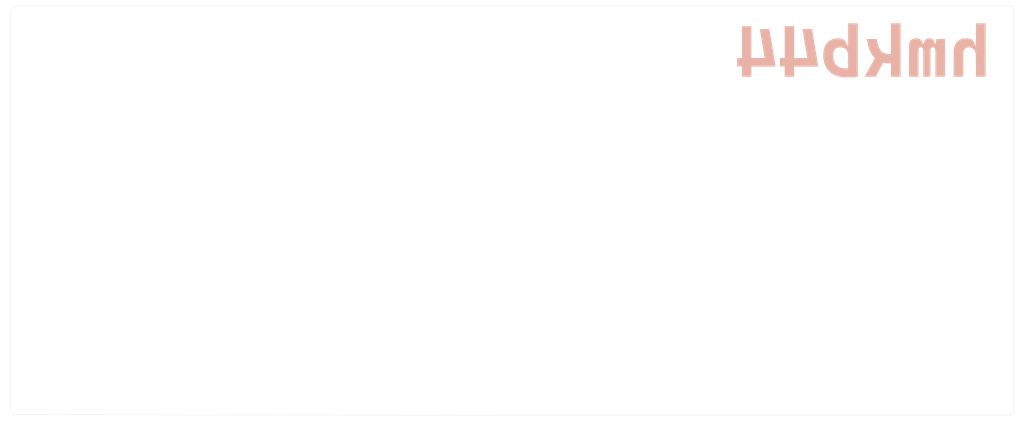
<source format=kicad_pcb>
(kicad_pcb (version 20241229) (generator "pcbnew") (generator_version "9.0")
  (layers (0 "F.Cu" signal) (2 "B.Cu" signal) (13 "F.Paste" user) (15 "B.Paste" user) (5 "F.SilkS" user "F.Silkscreen") (7 "B.SilkS" user "B.Silkscreen") (1 "F.Mask" user) (3 "B.Mask" user) (25 "Edge.Cuts" user))
  (net 0 "")
  (footprint "MountingHole:MountingHole_2.2mm_M2" (layer "F.Cu") (at 225 183.5)
    (property "Reference" "H6")
    (property "Value" "MountingHole")
    (pad "" np_thru_hole circle (at 0 0) (size 2.2 2.2) (drill 2.2) (layers "*.Cu" "*.Mask"))
  )
  (footprint "MountingHole:MountingHole_2.2mm_M2" (layer "F.Cu") (at 97.5 133)
    (property "Reference" "H8")
    (property "Value" "MountingHole")
    (pad "" np_thru_hole circle (at 0 0) (size 2.2 2.2) (drill 2.2) (layers "*.Cu" "*.Mask"))
  )
  (footprint "MountingHole:MountingHole_2.2mm_M2" (layer "F.Cu") (at 97.5 82.5)
    (property "Reference" "H1")
    (property "Value" "MountingHole")
    (pad "" np_thru_hole circle (at 0 0) (size 2.2 2.2) (drill 2.2) (layers "*.Cu" "*.Mask"))
  )
  (footprint "MountingHole:MountingHole_2.2mm_M2" (layer "F.Cu") (at 352.5 183.5)
    (property "Reference" "H5")
    (property "Value" "MountingHole")
    (pad "" np_thru_hole circle (at 0 0) (size 2.2 2.2) (drill 2.2) (layers "*.Cu" "*.Mask"))
  )
  (footprint "MountingHole:MountingHole_2.2mm_M2" (layer "F.Cu") (at 352.5 82.5)
    (property "Reference" "H3")
    (property "Value" "MountingHole")
    (pad "" np_thru_hole circle (at 0 0) (size 2.2 2.2) (drill 2.2) (layers "*.Cu" "*.Mask"))
  )
  (footprint "MountingHole:MountingHole_2.2mm_M2" (layer "F.Cu") (at 352.5 133)
    (property "Reference" "H4")
    (property "Value" "MountingHole")
    (pad "" np_thru_hole circle (at 0 0) (size 2.2 2.2) (drill 2.2) (layers "*.Cu" "*.Mask"))
  )
  (footprint "MountingHole:MountingHole_2.2mm_M2" (layer "F.Cu") (at 225 82.5)
    (property "Reference" "H2")
    (property "Value" "MountingHole")
    (pad "" np_thru_hole circle (at 0 0) (size 2.2 2.2) (drill 2.2) (layers "*.Cu" "*.Mask"))
  )
  (footprint "MountingHole:MountingHole_2.2mm_M2" (layer "F.Cu") (at 97.5 183.5)
    (property "Reference" "H7")
    (property "Value" "MountingHole")
    (pad "" np_thru_hole circle (at 0 0) (size 2.2 2.2) (drill 2.2) (layers "*.Cu" "*.Mask"))
  )
  (footprint "MyLibrary:LOGO" (layer "B.Cu") (at 310.377831 94.397336 180)
    (property "Reference" "LOGO1")
    (property "Value" "~" (hide yes))
    (fp_poly (pts (xy 14.733984 5.047755) (xy 14.733984 0.930177) (xy 15.366503 0.930177) (xy 15.999023 0.930177) (xy 15.999023 -0.186034) (xy 15.999023 -1.302245) (xy 15.366503 -1.302245) (xy 14.733984 -1.302245) (xy 14.733984 -2.616894) (xy 14.733984 -3.931542) (xy 13.518554 -3.931542) (xy 12.303124 -3.931542) (xy 12.303124 -2.616894) (xy 12.303124 -1.302245) (xy 9.177734 -1.302245) (xy 8.702928 -1.302156) (xy 8.275565 -1.301873) (xy 7.893479 -1.301376) (xy 7.554505 -1.300643) (xy 7.256475 -1.299653) (xy 6.997224 -1.298383) (xy 6.774587 -1.296813) (xy 6.586396 -1.29492) (xy 6.430486 -1.292685) (xy 6.304691 -1.290084) (xy 6.206846 -1.287097) (xy 6.134783 -1.283702) (xy 6.086337 -1.279878) (xy 6.059342 -1.275602) (xy 6.051589 -1.271239) (xy 6.055511 -1.244026) (xy 6.067171 -1.170224) (xy 6.086183 -1.052186) (xy 6.112159 -0.892263) (xy 6.144712 -0.692808) (xy 6.183456 -0.456171) (xy 6.228003 -0.184704) (xy 6.277967 0.119241) (xy 6.33296 0.453312) (xy 6.392596 0.815159) (xy 6.456488 1.202428) (xy 6.524249 1.61277) (xy 6.595492 2.043831) (xy 6.66983 2.493261) (xy 6.746876 2.958708) (xy 6.826243 3.43782) (xy 6.851541 3.590463) (xy 7.652245 8.421159) (xy 8.899153 8.421176) (xy 10.146062 8.421192) (xy 10.13355 8.365382) (xy 10.128078 8.334859) (xy 10.11489 8.258149) (xy 10.094448 8.137993) (xy 10.067213 7.977135) (xy 10.033647 7.778318) (xy 9.994209 7.544285) (xy 9.949363 7.277778) (xy 9.899568 6.98154) (xy 9.845287 6.658315) (xy 9.78698 6.310844) (xy 9.725109 5.941872) (xy 9.660135 5.554141) (xy 9.592519 5.150394) (xy 9.522723 4.733373) (xy 9.513071 4.675684) (xy 9.44301 4.257067) (xy 9.37506 3.851349) (xy 9.309684 3.461274) (xy 9.247343 3.089584) (xy 9.188498 2.739022) (xy 9.133611 2.412332) (xy 9.083144 2.112256) (xy 9.037558 1.841537) (xy 8.997315 1.602919) (xy 8.962876 1.399143) (xy 8.934704 1.232953) (xy 8.913259 1.107092) (xy 8.899004 1.024302) (xy 8.8924 0.987327) (xy 8.892118 0.985987) (xy 8.879132 0.930177) (xy 10.591128 0.930177) (xy 12.303124 0.930177) (xy 12.303124 5.047755) (xy 12.303124 9.165333) (xy 13.518554 9.165333) (xy 14.733984 9.165333)) (fill yes) (layer "B.SilkS"))
    (fp_poly (pts (xy -12.774415 5.912357) (xy -12.774415 1.915241) (xy -12.396143 1.929659) (xy -12.103784 1.946909) (xy -11.846714 1.976138) (xy -11.611593 2.019524) (xy -11.38508 2.079242) (xy -11.286134 2.110776) (xy -10.96754 2.237431) (xy -10.680889 2.394962) (xy -10.423599 2.585973) (xy -10.19309 2.81307) (xy -9.98678 3.078855) (xy -9.802088 3.385935) (xy -9.636432 3.736912) (xy -9.609346 3.802698) (xy -9.516645 4.0568) (xy -9.427078 4.349323) (xy -9.343511 4.669079) (xy -9.268809 5.004879) (xy -9.205837 5.345536) (xy -9.191941 5.432227) (xy -9.173958 5.547365) (xy -9.157289 5.652634) (xy -9.144368 5.732736) (xy -9.139676 5.76089) (xy -9.125878 5.841505) (xy -7.836034 5.841505) (xy -6.54619 5.841505) (xy -6.559897 5.76089) (xy -6.568782 5.705925) (xy -6.583115 5.614235) (xy -6.600984 5.498157) (xy -6.62048 5.370027) (xy -6.622327 5.357813) (xy -6.739331 4.692842) (xy -6.883431 4.068235) (xy -7.055058 3.482528) (xy -7.254639 2.934251) (xy -7.478243 2.43086) (xy -7.653481 2.091367) (xy -7.831879 1.787826) (xy -8.022313 1.506912) (xy -8.233658 1.235298) (xy -8.412257 1.028529) (xy -8.610697 0.807457) (xy -8.233282 0.14328) (xy -8.115256 -0.064484) (xy -7.985876 -0.292349) (xy -7.84711 -0.536837) (xy -7.700928 -0.794475) (xy -7.549299 -1.061785) (xy -7.394192 -1.335291) (xy -7.237578 -1.611518) (xy -7.081426 -1.88699) (xy -6.927705 -2.15823) (xy -6.778385 -2.421764) (xy -6.635434 -2.674114) (xy -6.500824 -2.911805) (xy -6.376522 -3.13136) (xy -6.264499 -3.329305) (xy -6.166724 -3.502162) (xy -6.085166 -3.646456) (xy -6.021796 -3.758712) (xy -5.978581 -3.835452) (xy -5.957493 -3.873201) (xy -5.956122 -3.875732) (xy -5.926576 -3.931542) (xy -7.409528 -3.931233) (xy -8.892481 -3.930925) (xy -9.805918 -2.120491) (xy -9.946804 -1.841531) (xy -10.081331 -1.575701) (xy -10.207822 -1.326283) (xy -10.324599 -1.096559) (xy -10.429985 -0.889811) (xy -10.522303 -0.709321) (xy -10.599876 -0.558371) (xy -10.661027 -0.440243) (xy -10.704079 -0.358219) (xy -10.727355 -0.315581) (xy -10.731057 -0.310058) (xy -10.758718 -0.314126) (xy -10.824974 -0.325172) (xy -10.919583 -0.341459) (xy -11.020648 -0.359187) (xy -11.286804 -0.400744) (xy -11.552564 -0.430305) (xy -11.832003 -0.448958) (xy -12.139191 -0.457791) (xy -12.309327 -0.458865) (xy -12.774415 -0.458886) (xy -12.774415 -2.195214) (xy -12.774415 -3.931542) (xy -14.027052 -3.931542) (xy -15.279688 -3.931542) (xy -15.279688 2.988966) (xy -15.279688 9.909473) (xy -14.027052 9.909473) (xy -12.774415 9.909473)) (fill yes) (layer "B.SilkS"))
    (fp_poly (pts (xy 25.796874 5.047755) (xy 25.796874 0.930177) (xy 26.429394 0.930177) (xy 27.061913 0.930177) (xy 27.061913 -0.186034) (xy 27.061913 -1.302245) (xy 26.429394 -1.302245) (xy 25.796874 -1.302245) (xy 25.796874 -2.616894) (xy 25.796874 -3.931542) (xy 24.581445 -3.931542) (xy 23.366015 -3.931542) (xy 23.366015 -2.616894) (xy 23.366015 -1.302245) (xy 20.22655 -1.302245) (xy 19.766936 -1.30222) (xy 19.354409 -1.30212) (xy 18.986445 -1.301911) (xy 18.660522 -1.301558) (xy 18.374116 -1.301025) (xy 18.124706 -1.300278) (xy 17.909767 -1.299281) (xy 17.726777 -1.298) (xy 17.573213 -1.2964) (xy 17.446553 -1.294445) (xy 17.344272 -1.292101) (xy 17.263849 -1.289332) (xy 17.202761 -1.286103) (xy 17.158484 -1.28238) (xy 17.128496 -1.278128) (xy 17.110273 -1.273311) (xy 17.101293 -1.267894) (xy 17.099034 -1.261843) (xy 17.099556 -1.258837) (xy 17.104804 -1.230362) (xy 17.117761 -1.155306) (xy 17.138031 -1.036033) (xy 17.16522 -0.874906) (xy 17.198934 -0.674288) (xy 17.238779 -0.436541) (xy 17.28436 -0.16403) (xy 17.335283 0.140884) (xy 17.391154 0.475837) (xy 17.451578 0.838466) (xy 17.516161 1.226409) (xy 17.584509 1.637301) (xy 17.656227 2.068781) (xy 17.730921 2.518484) (xy 17.808197 2.984049) (xy 17.88766 3.463112) (xy 17.910834 3.602882) (xy 18.709643 8.421192) (xy 19.956503 8.421192) (xy 20.237454 8.421113) (xy 20.472774 8.420781) (xy 20.666441 8.420057) (xy 20.822434 8.418802) (xy 20.944729 8.416876) (xy 21.037305 8.414138) (xy 21.104141 8.41045) (xy 21.149214 8.405672) (xy 21.176503 8.399664) (xy 21.189985 8.392287) (xy 21.193639 8.3834) (xy 21.192893 8.377784) (xy 21.187993 8.350191) (xy 21.175463 8.277065) (xy 21.15585 8.161655) (xy 21.129698 8.007212) (xy 21.097554 7.816984) (xy 21.059964 7.594222) (xy 21.017473 7.342175) (xy 20.970627 7.064092) (xy 20.919972 6.763224) (xy 20.866054 6.44282) (xy 20.809419 6.106129) (xy 20.750612 5.756401) (xy 20.69018 5.396886) (xy 20.628668 5.030834) (xy 20.566621 4.661494) (xy 20.504587 4.292115) (xy 20.44311 3.925948) (xy 20.382736 3.566242) (xy 20.324012 3.216247) (xy 20.267483 2.879212) (xy 20.213695 2.558386) (xy 20.163194 2.257021) (xy 20.116525 1.978364) (xy 20.074235 1.725666) (xy 20.036869 1.502177) (xy 20.004973 1.311146) (xy 19.979093 1.155822) (xy 19.959774 1.039456) (xy 19.947564 0.965297) (xy 19.943007 0.936595) (xy 19.942988 0.936378) (xy 19.967123 0.93534) (xy 20.03687 0.934357) (xy 20.14823 0.933442) (xy 20.297206 0.932611) (xy 20.4798 0.931878) (xy 20.692015 0.931257) (xy 20.929852 0.930763) (xy 21.189315 0.930411) (xy 21.466404 0.930214) (xy 21.654491 0.930177) (xy 23.366015 0.930177) (xy 23.366015 5.047755) (xy 23.366015 9.165333) (xy 24.581445 9.165333) (xy 25.796874 9.165333)) (fill yes) (layer "B.SilkS"))
    (fp_poly (pts (xy -36.059815 9.903502) (xy -34.81338 9.897071) (xy -34.807076 6.988722) (xy -34.800772 4.080372) (xy -34.690378 4.080372) (xy -34.621807 4.082711) (xy -34.587276 4.097381) (xy -34.571224 4.135862) (xy -34.564287 4.17339) (xy -34.512635 4.40995) (xy -34.437984 4.658396) (xy -34.348215 4.894045) (xy -34.301403 4.996736) (xy -34.238571 5.12035) (xy -34.181132 5.216836) (xy -34.117517 5.302239) (xy -34.03616 5.392601) (xy -33.961038 5.46881) (xy -33.801684 5.613102) (xy -33.640506 5.727003) (xy -33.464287 5.817788) (xy -33.259809 5.892737) (xy -33.117541 5.933268) (xy -33.020761 5.956837) (xy -32.928528 5.974469) (xy -32.829749 5.987338) (xy -32.713335 5.996618) (xy -32.568193 6.003484) (xy -32.407325 6.008477) (xy -32.104677 6.010646) (xy -31.837971 5.99896) (xy -31.595161 5.972143) (xy -31.364202 5.928923) (xy -31.162995 5.876829) (xy -30.815108 5.751139) (xy -30.493489 5.584209) (xy -30.199787 5.37787) (xy -29.935654 5.133955) (xy -29.702739 4.854294) (xy -29.502694 4.540719) (xy -29.337168 4.195062) (xy -29.207813 3.819153) (xy -29.166889 3.662075) (xy -29.149374 3.588475) (xy -29.133524 3.520271) (xy -29.119249 3.454751) (xy -29.106459 3.389202) (xy -29.095062 3.320914) (xy -29.084969 3.247175) (xy -29.07609 3.165271) (xy -29.068334 3.072493) (xy -29.061611 2.966128) (xy -29.05583 2.843464) (xy -29.050902 2.70179) (xy -29.046735 2.538393) (xy -29.04324 2.350563) (xy -29.040327 2.135586) (xy -29.037905 1.890752) (xy -29.035883 1.613349) (xy -29.034172 1.300665) (xy -29.032681 0.949988) (xy -29.03132 0.558606) (xy -29.029999 0.123808) (xy -29.028627 -0.357119) (xy -29.028216 -0.502294) (xy -29.018492 -3.931542) (xy -30.278826 -3.931547) (xy -31.539161 -3.931552) (xy -31.53145 -1.062859) (xy -31.530281 -0.577987) (xy -31.529553 -0.140039) (xy -31.529325 0.253669) (xy -31.529657 0.605821) (xy -31.530608 0.919102) (xy -31.532238 1.196194) (xy -31.534607 1.439782) (xy -31.537775 1.65255) (xy -31.541801 1.837182) (xy -31.546745 1.996362) (xy -31.552666 2.132774) (xy -31.559626 2.249102) (xy -31.567682 2.34803) (xy -31.576895 2.432242) (xy -31.587325 2.504422) (xy -31.599031 2.567253) (xy -31.612073 2.62342) (xy -31.613589 2.629298) (xy -31.702039 2.885547) (xy -31.824376 3.109572) (xy -31.978227 3.298878) (xy -32.161222 3.450969) (xy -32.370987 3.56335) (xy -32.558709 3.623513) (xy -32.728071 3.649677) (xy -32.926134 3.658611) (xy -33.135407 3.651177) (xy -33.338396 3.628232) (xy -33.51761 3.590636) (xy -33.572907 3.57369) (xy -33.834324 3.459579) (xy -34.066259 3.305812) (xy -34.267241 3.113679) (xy -34.435799 2.884468) (xy -34.509002 2.753321) (xy -34.552685 2.65298) (xy -34.601515 2.517875) (xy -34.651063 2.36192) (xy -34.696898 2.19903) (xy -34.733485 2.048187) (xy -34.741441 2.010918) (xy -34.748555 1.973731) (xy -34.754884 1.933736) (xy -34.760483 1.888046) (xy -34.765409 1.833773) (xy -34.769719 1.768027) (xy -34.773469 1.687921) (xy -34.776716 1.590566) (xy -34.779515 1.473074) (xy -34.781923 1.332556) (xy -34.783996 1.166125) (xy -34.785792 0.970891) (xy -34.787365 0.743967) (xy -34.788773 0.482465) (xy -34.790073 0.183495) (xy -34.791319 -0.15583) (xy -34.792569 -0.5384) (xy -34.793879 -0.967101) (xy -34.794159 -1.0604) (xy -34.802744 -3.931542) (xy -36.054498 -3.931542) (xy -37.306251 -3.931542) (xy -37.306251 2.989195) (xy -37.306251 9.909932)) (fill yes) (layer "B.SilkS"))
    (fp_poly (pts (xy -1.68672 6.994923) (xy -1.68672 4.080372) (xy -1.56382 4.080372) (xy -1.490554 4.082037) (xy -1.452344 4.093528) (xy -1.434638 4.124588) (xy -1.424884 4.17339) (xy -1.344966 4.524532) (xy -1.23261 4.838202) (xy -1.087567 5.114677) (xy -0.909588 5.354235) (xy -0.698422 5.557154) (xy -0.453819 5.723711) (xy -0.175531 5.854185) (xy 0.136693 5.948852) (xy 0.181257 5.95886) (xy 0.315864 5.979927) (xy 0.488714 5.994896) (xy 0.68883 6.00385) (xy 0.905233 6.006872) (xy 1.126944 6.004045) (xy 1.342984 5.995451) (xy 1.542374 5.981175) (xy 1.714137 5.961297) (xy 1.79975 5.94664) (xy 2.220588 5.839202) (xy 2.611103 5.692702) (xy 2.970753 5.507755) (xy 3.298995 5.284974) (xy 3.595286 5.024975) (xy 3.859082 4.728372) (xy 4.08984 4.395781) (xy 4.287018 4.027816) (xy 4.450072 3.625092) (xy 4.57846 3.188223) (xy 4.671638 2.717824) (xy 4.675754 2.690835) (xy 4.723355 2.275369) (xy 4.746567 1.83573) (xy 4.745924 1.384142) (xy 4.721962 0.932829) (xy 4.675216 0.494015) (xy 4.606222 0.079924) (xy 4.55064 -0.166457) (xy 4.456985 -0.491653) (xy 4.340702 -0.820288) (xy 4.207311 -1.139202) (xy 4.062328 -1.435234) (xy 3.911272 -1.695223) (xy 3.906591 -1.702505) (xy 3.623385 -2.096252) (xy 3.303038 -2.457852) (xy 2.947217 -2.78606) (xy 2.557588 -3.079632) (xy 2.13582 -3.337323) (xy 1.68358 -3.557888) (xy 1.202535 -3.740082) (xy 1.157562 -3.754659) (xy 0.746563 -3.871914) (xy 0.31864 -3.965608) (xy -0.131098 -4.036266) (xy -0.607544 -4.084411) (xy -1.115589 -4.110568) (xy -1.660127 -4.115261) (xy -2.108399 -4.104539) (xy -2.291087 -4.096965) (xy -2.483706 -4.087444) (xy -2.670844 -4.076844) (xy -2.837084 -4.066028) (xy -2.951759 -4.0572) (xy -3.150028 -4.039824) (xy -3.348361 -4.021785) (xy -3.539288 -4.00382) (xy -3.715336 -3.986665) (xy -3.869037 -3.971056) (xy -3.992919 -3.957732) (xy -4.079511 -3.947428) (xy -4.111378 -3.942848) (xy -4.191993 -3.929294) (xy -4.191993 -1.747184) (xy -1.689007 -1.747184) (xy -1.384006 -1.754158) (xy -1.039627 -1.756768) (xy -0.737387 -1.747652) (xy -0.47117 -1.726604) (xy -0.426912 -1.721569) (xy -0.038753 -1.653329) (xy 0.324283 -1.544772) (xy 0.66014 -1.396819) (xy 0.966762 -1.210393) (xy 1.242092 -0.986416) (xy 1.269115 -0.960745) (xy 1.497793 -0.713273) (xy 1.691235 -0.444078) (xy 1.851847 -0.148391) (xy 1.982032 0.178554) (xy 2.084194 0.541529) (xy 2.12557 0.738293) (xy 2.141081 0.833187) (xy 2.15264 0.937263) (xy 2.160697 1.059062) (xy 2.165704 1.207124) (xy 2.168112 1.389989) (xy 2.168489 1.550294) (xy 2.168049 1.738302) (xy 2.166609 1.885315) (xy 2.163484 1.999947) (xy 2.15799 2.09081) (xy 2.149441 2.166518) (xy 2.137153 2.235685) (xy 2.120442 2.306923) (xy 2.103175 2.372131) (xy 2.001649 2.669405) (xy 1.86899 2.928709) (xy 1.705669 3.149573) (xy 1.512159 3.331527) (xy 1.288934 3.474101) (xy 1.036466 3.576826) (xy 0.843092 3.624676) (xy 0.705802 3.642333) (xy 0.534282 3.651818) (xy 0.343176 3.653453) (xy 0.147129 3.647561) (xy -0.039212 3.634462) (xy -0.201202 3.61448) (xy -0.277464 3.600035) (xy -0.569239 3.512124) (xy -0.830381 3.387365) (xy -1.058895 3.227429) (xy -1.252788 3.03399) (xy -1.410065 2.808718) (xy -1.528733 2.553285) (xy -1.530106 2.549516) (xy -1.555286 2.480216) (xy -1.577256 2.417813) (xy -1.596254 2.358544) (xy -1.612514 2.298645) (xy -1.62627 2.234352) (xy -1.63776 2.161901) (xy -1.647217 2.077528) (xy -1.654878 1.977469) (xy -1.660977 1.857961) (xy -1.665749 1.715238) (xy -1.669431 1.545539) (xy -1.672257 1.345097) (xy -1.674462 1.11015) (xy -1.676282 0.836934) (xy -1.677952 0.521685) (xy -1.679708 0.160638) (xy -1.679731 0.155803) (xy -1.689007 -1.747184) (xy -4.191993 -1.747184) (xy -4.191993 2.99009) (xy -4.191993 9.909473) (xy -2.939356 9.909473) (xy -1.68672 9.909473)) (fill yes) (layer "B.SilkS"))
    (fp_poly (pts (xy -22.475129 6.003262) (xy -22.263557 5.965099) (xy -22.07655 5.896842) (xy -21.904279 5.794683) (xy -21.736914 5.654817) (xy -21.701415 5.620242) (xy -21.523496 5.409492) (xy -21.386227 5.171631) (xy -21.288529 4.904668) (xy -21.266707 4.818311) (xy -21.222716 4.626075) (xy -21.116616 4.626075) (xy -21.048802 4.629491) (xy -21.014807 4.645667) (xy -20.998993 4.683498) (xy -20.996668 4.694288) (xy -20.91616 4.991472) (xy -20.802888 5.251522) (xy -20.656949 5.474336) (xy -20.478434 5.659812) (xy -20.26744 5.807848) (xy -20.024059 5.918343) (xy -19.810635 5.978656) (xy -19.714678 5.996563) (xy -19.615967 6.007615) (xy -19.501826 6.012477) (xy -19.359579 6.01181) (xy -19.240127 6.008532) (xy -19.041667 5.999078) (xy -18.879683 5.983515) (xy -18.74115 5.958964) (xy -18.61304 5.922545) (xy -18.482325 5.871378) (xy -18.358379 5.813621) (xy -18.145326 5.685627) (xy -17.964453 5.524896) (xy -17.813632 5.328689) (xy -17.690733 5.094267) (xy -17.598582 4.835991) (xy -17.581697 4.778048) (xy -17.566288 4.722955) (xy -17.552287 4.668314) (xy -17.539625 4.611723) (xy -17.528236 4.550784) (xy -17.51805 4.483094) (xy -17.509 4.406254) (xy -17.501018 4.317865) (xy -17.494037 4.215524) (xy -17.487987 4.096833) (xy -17.482802 3.959392) (xy -17.478413 3.800798) (xy -17.474752 3.618654) (xy -17.471752 3.410558) (xy -17.469345 3.17411) (xy -17.467461 2.906909) (xy -17.466035 2.606556) (xy -17.464997 2.270651) (xy -17.46428 1.896792) (xy -17.463815 1.482581) (xy -17.463535 1.025616) (xy -17.463372 0.523497) (xy -17.463275 0.055811) (xy -17.462501 -3.931542) (xy -18.690333 -3.931542) (xy -19.918165 -3.931542) (xy -19.918656 -0.527099) (xy -19.918915 -0.017013) (xy -19.919534 0.4591) (xy -19.920502 0.899841) (xy -19.921809 1.303809) (xy -19.923447 1.669605) (xy -19.925404 1.995829) (xy -19.927671 2.281081) (xy -19.930238 2.523961) (xy -19.933095 2.723068) (xy -19.936232 2.877005) (xy -19.93964 2.984369) (xy -19.943308 3.043762) (xy -19.943955 3.048976) (xy -19.987024 3.241573) (xy -20.054813 3.406738) (xy -20.143808 3.538634) (xy -20.250496 3.631428) (xy -20.313642 3.663) (xy -20.398363 3.680931) (xy -20.508896 3.685816) (xy -20.623359 3.678261) (xy -20.719872 3.658873) (xy -20.741344 3.651138) (xy -20.843601 3.588689) (xy -20.94257 3.494302) (xy -21.022068 3.383942) (xy -21.033305 3.363136) (xy -21.050353 3.329523) (xy -21.065777 3.297127) (xy -21.079659 3.263425) (xy -21.09208 3.225896) (xy -21.103121 3.182016) (xy -21.112863 3.129264) (xy -21.121388 3.065118) (xy -21.128776 2.987055) (xy -21.135109 2.892553) (xy -21.140469 2.77909) (xy -21.144936 2.644143) (xy -21.148592 2.485191) (xy -21.151518 2.29971) (xy -21.153796 2.08518) (xy -21.155506 1.839077) (xy -21.156729 1.558879) (xy -21.157548 1.242064) (xy -21.158043 0.88611) (xy -21.158296 0.488494) (xy -21.158388 0.046695) (xy -21.158399 -0.44181) (xy -21.158399 -0.519852) (xy -21.158399 -3.931542) (xy -22.088575 -3.931542) (xy -23.018751 -3.931542) (xy -23.018751 -0.494643) (xy -23.01891 0.053204) (xy -23.019394 0.552466) (xy -23.02021 1.004163) (xy -23.021366 1.40932) (xy -23.02287 1.768957) (xy -23.024729 2.084097) (xy -23.026951 2.355763) (xy -23.029545 2.584977) (xy -23.032517 2.772762) (xy -23.035876 2.920139) (xy -23.03963 3.02813) (xy -23.043786 3.09776) (xy -23.046333 3.12064) (xy -23.090566 3.31423) (xy -23.158029 3.46507) (xy -23.250916 3.575342) (xy -23.371422 3.647224) (xy -23.521743 3.682898) (xy -23.617415 3.687874) (xy -23.796266 3.668636) (xy -23.945623 3.609884) (xy -24.067878 3.510058) (xy -24.165424 3.367603) (xy -24.191148 3.314253) (xy -24.206984 3.278065) (xy -24.221305 3.242608) (xy -24.234187 3.205333) (xy -24.245709 3.163693) (xy -24.255946 3.115138) (xy -24.264975 3.057119) (xy -24.272873 2.987089) (xy -24.279718 2.902498) (xy -24.285586 2.800797) (xy -24.290553 2.67944) (xy -24.294697 2.535876) (xy -24.298095 2.367557) (xy -24.300823 2.171934) (xy -24.302958 1.94646) (xy -24.304578 1.688584) (xy -24.305758 1.39576) (xy -24.306576 1.065438) (xy -24.307108 0.695069) (xy -24.307432 0.282105) (xy -24.307625 -0.176002) (xy -24.307729 -0.551903) (xy -24.308595 -3.931542) (xy -25.548829 -3.931542) (xy -26.789063 -3.931542) (xy -26.789063 0.954981) (xy -26.789063 5.841505) (xy -25.663211 5.841505) (xy -24.537358 5.841505) (xy -24.523367 5.76089) (xy -24.516655 5.712455) (xy -24.505919 5.623346) (xy -24.492143 5.502242) (xy -24.476308 5.357825) (xy -24.459395 5.198776) (xy -24.454638 5.153175) (xy -24.3999 4.626075) (xy -24.295293 4.626075) (xy -24.190687 4.626075) (xy -24.135936 4.86301) (xy -24.050922 5.143036) (xy -23.934123 5.385225) (xy -23.785709 5.589388) (xy -23.605849 5.755339) (xy -23.394712 5.882889) (xy -23.152467 5.971851) (xy -23.131362 5.977394) (xy -23.028188 5.99602) (xy -22.894153 6.00912) (xy -22.747858 6.014983) (xy -22.721095 6.015138)) (fill yes) (layer "B.SilkS"))
  )
  (gr_line (start 227.4 80) (end 354 80) (stroke (width 0.05)) (layer "Edge.Cuts"))
  (gr_line (start 355 135.15) (end 355 185) (stroke (width 0.05)) (layer "Edge.Cuts"))
  (gr_line (start 98.6 80) (end 227.4 80) (stroke (width 0.05)) (layer "Edge.Cuts"))
  (gr_arc (start 355 185) (mid 354.707107 185.707107) (end 354 186) (stroke (width 0.05)) (layer "Edge.Cuts"))
  (gr_line (start 98.6 80) (end 97 80) (stroke (width 0.05)) (layer "Edge.Cuts"))
  (gr_line (start 355 81) (end 355 135.15) (stroke (width 0.05)) (layer "Edge.Cuts"))
  (gr_line (start 222.6 186) (end 96 185.925) (stroke (width 0.05)) (layer "Edge.Cuts"))
  (gr_line (start 222.6 186) (end 354 186) (stroke (width 0.05)) (layer "Edge.Cuts"))
  (gr_line (start 95 135.15) (end 95 82) (stroke (width 0.05)) (layer "Edge.Cuts"))
  (gr_arc (start 96 185.925) (mid 95.292893 185.632107) (end 95 184.925) (stroke (width 0.05)) (layer "Edge.Cuts"))
  (gr_line (start 95 82) (end 95 82) (stroke (width 0.05)) (layer "Edge.Cuts"))
  (gr_line (start 95 184.925) (end 95 135.15) (stroke (width 0.05)) (layer "Edge.Cuts"))
  (gr_arc (start 354 80) (mid 354.707107 80.292893) (end 355 81) (stroke (width 0.05)) (layer "Edge.Cuts"))
  (gr_arc (start 95 82) (mid 95.585786 80.585786) (end 97 80) (stroke (width 0.05)) (layer "Edge.Cuts"))
)
</source>
